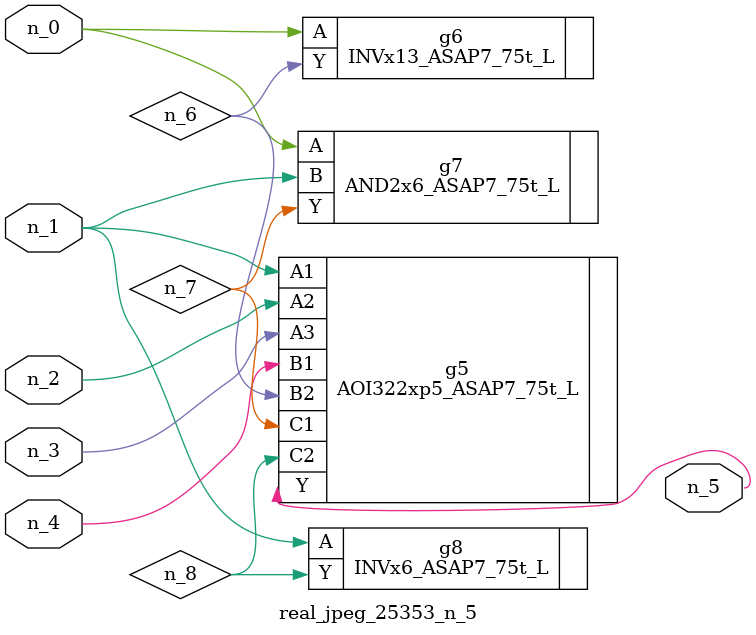
<source format=v>
module real_jpeg_25353_n_5 (n_4, n_0, n_1, n_2, n_3, n_5);

input n_4;
input n_0;
input n_1;
input n_2;
input n_3;

output n_5;

wire n_8;
wire n_6;
wire n_7;

INVx13_ASAP7_75t_L g6 ( 
.A(n_0),
.Y(n_6)
);

AND2x6_ASAP7_75t_L g7 ( 
.A(n_0),
.B(n_1),
.Y(n_7)
);

AOI322xp5_ASAP7_75t_L g5 ( 
.A1(n_1),
.A2(n_2),
.A3(n_3),
.B1(n_4),
.B2(n_6),
.C1(n_7),
.C2(n_8),
.Y(n_5)
);

INVx6_ASAP7_75t_L g8 ( 
.A(n_1),
.Y(n_8)
);


endmodule
</source>
